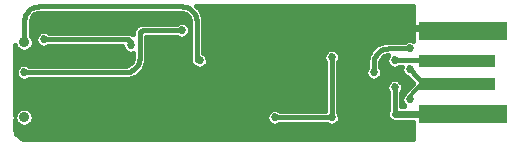
<source format=gbl>
G75*
%MOIN*%
%OFA0B0*%
%FSLAX24Y24*%
%IPPOS*%
%LPD*%
%AMOC8*
5,1,8,0,0,1.08239X$1,22.5*
%
%ADD10C,0.0350*%
%ADD11R,0.2953X0.0591*%
%ADD12R,0.2559X0.0394*%
%ADD13C,0.0160*%
%ADD14C,0.0270*%
%ADD15C,0.0240*%
%ADD16C,0.0120*%
D10*
X001130Y001542D03*
X001130Y004042D03*
D11*
X015759Y004420D03*
X015759Y001664D03*
D12*
X015562Y002648D03*
X015562Y003436D03*
D13*
X001110Y000827D02*
X000980Y000881D01*
X000881Y000980D01*
X000827Y001110D01*
X000820Y001180D01*
X000820Y001467D01*
X000863Y001364D01*
X000952Y001275D01*
X001067Y001227D01*
X001193Y001227D01*
X001308Y001275D01*
X001397Y001364D01*
X001445Y001480D01*
X001445Y001605D01*
X001397Y001721D01*
X001308Y001809D01*
X001193Y001857D01*
X001067Y001857D01*
X000952Y001809D01*
X000863Y001721D01*
X000820Y001617D01*
X000820Y003967D01*
X000863Y003864D01*
X000952Y003775D01*
X001067Y003727D01*
X001193Y003727D01*
X001308Y003775D01*
X001397Y003864D01*
X001445Y003980D01*
X001445Y004105D01*
X001397Y004221D01*
X001350Y004268D01*
X001350Y004742D01*
X001355Y004797D01*
X001397Y004898D01*
X001474Y004975D01*
X001575Y005017D01*
X001630Y005022D01*
X006380Y005022D01*
X006435Y005017D01*
X006536Y004975D01*
X006613Y004898D01*
X006655Y004797D01*
X006660Y004742D01*
X006660Y003351D01*
X006789Y003222D01*
X006811Y003222D01*
X006824Y003209D01*
X006925Y003167D01*
X007035Y003167D01*
X007136Y003209D01*
X007213Y003286D01*
X007255Y003387D01*
X007255Y003497D01*
X007213Y003598D01*
X007136Y003675D01*
X007100Y003690D01*
X007100Y004885D01*
X006990Y005150D01*
X006876Y005264D01*
X014080Y005264D01*
X014080Y004098D01*
X014035Y004117D01*
X013925Y004117D01*
X013824Y004075D01*
X013811Y004062D01*
X013137Y004062D01*
X012872Y003953D01*
X012670Y003750D01*
X012560Y003485D01*
X012560Y003211D01*
X012547Y003198D01*
X012505Y003097D01*
X012505Y002987D01*
X012547Y002886D01*
X012624Y002809D01*
X012725Y002767D01*
X012835Y002767D01*
X012936Y002809D01*
X013013Y002886D01*
X013055Y002987D01*
X013055Y003097D01*
X013013Y003198D01*
X013000Y003211D01*
X013000Y003342D01*
X013005Y003397D01*
X013047Y003498D01*
X013124Y003575D01*
X013225Y003617D01*
X013270Y003621D01*
X013247Y003598D01*
X013205Y003497D01*
X013205Y003387D01*
X013247Y003286D01*
X013324Y003209D01*
X013425Y003167D01*
X013535Y003167D01*
X013636Y003209D01*
X013648Y003222D01*
X013715Y003221D01*
X013705Y003197D01*
X013705Y003087D01*
X013747Y002986D01*
X013824Y002909D01*
X013925Y002867D01*
X013930Y002867D01*
X014080Y002699D01*
X014080Y002648D01*
X013835Y002380D01*
X013824Y002375D01*
X013747Y002298D01*
X013705Y002197D01*
X013705Y002087D01*
X013747Y001986D01*
X013809Y001924D01*
X013700Y001924D01*
X013700Y002373D01*
X013713Y002386D01*
X013755Y002487D01*
X013755Y002597D01*
X013713Y002698D01*
X013636Y002775D01*
X013535Y002817D01*
X013425Y002817D01*
X013324Y002775D01*
X013247Y002698D01*
X013205Y002597D01*
X013205Y002487D01*
X013247Y002386D01*
X013260Y002373D01*
X013260Y001812D01*
X013260Y001812D01*
X013220Y001716D01*
X013220Y001613D01*
X013260Y001517D01*
X013333Y001444D01*
X013428Y001404D01*
X014080Y001404D01*
X014080Y000820D01*
X001180Y000820D01*
X001110Y000827D01*
X001082Y000839D02*
X014080Y000839D01*
X013780Y000942D02*
X013753Y000915D01*
X013576Y000842D02*
X007730Y000842D01*
X007700Y000844D01*
X007670Y000849D01*
X007641Y000858D01*
X007614Y000871D01*
X007588Y000886D01*
X007564Y000905D01*
X007543Y000926D01*
X007524Y000950D01*
X007509Y000976D01*
X007496Y001003D01*
X007487Y001032D01*
X007482Y001062D01*
X007480Y001092D01*
X007480Y001342D01*
X009205Y001487D02*
X009247Y001386D01*
X009324Y001309D01*
X009425Y001267D01*
X009535Y001267D01*
X009636Y001309D01*
X009649Y001322D01*
X011211Y001322D01*
X011224Y001309D01*
X011325Y001267D01*
X011435Y001267D01*
X011536Y001309D01*
X011613Y001386D01*
X011655Y001487D01*
X011655Y001597D01*
X011613Y001698D01*
X011600Y001711D01*
X011600Y003373D01*
X011613Y003386D01*
X011655Y003487D01*
X011655Y003597D01*
X011613Y003698D01*
X011536Y003775D01*
X011435Y003817D01*
X011325Y003817D01*
X011224Y003775D01*
X011147Y003698D01*
X011105Y003597D01*
X011105Y003487D01*
X011147Y003386D01*
X011160Y003373D01*
X011160Y001762D01*
X009649Y001762D01*
X009636Y001775D01*
X009535Y001817D01*
X009425Y001817D01*
X009324Y001775D01*
X009247Y001698D01*
X009205Y001597D01*
X009205Y001487D01*
X009211Y001473D02*
X001442Y001473D01*
X001347Y001314D02*
X009319Y001314D01*
X009641Y001314D02*
X011219Y001314D01*
X011541Y001314D02*
X014080Y001314D01*
X014080Y001156D02*
X000822Y001156D01*
X000820Y001314D02*
X000913Y001314D01*
X001580Y001142D02*
X001580Y002042D01*
X001328Y001790D02*
X009358Y001790D01*
X009602Y001790D02*
X011160Y001790D01*
X011160Y001948D02*
X000820Y001948D01*
X000820Y001790D02*
X000932Y001790D01*
X000826Y001631D02*
X000820Y001631D01*
X001434Y001631D02*
X009219Y001631D01*
X009480Y001542D02*
X011380Y001542D01*
X011380Y003542D01*
X011655Y003533D02*
X012580Y003533D01*
X012645Y003692D02*
X011616Y003692D01*
X011144Y003692D02*
X007100Y003692D01*
X007240Y003533D02*
X011105Y003533D01*
X011159Y003375D02*
X007250Y003375D01*
X006980Y003442D02*
X006880Y003442D01*
X006880Y004742D01*
X007100Y004801D02*
X014080Y004801D01*
X014080Y004643D02*
X007100Y004643D01*
X007100Y004484D02*
X014080Y004484D01*
X014080Y004326D02*
X007100Y004326D01*
X006660Y004326D02*
X006629Y004326D01*
X006613Y004286D02*
X006655Y004387D01*
X006655Y004497D01*
X006613Y004598D01*
X006536Y004675D01*
X006435Y004717D01*
X006325Y004717D01*
X006224Y004675D01*
X006211Y004662D01*
X004989Y004662D01*
X004982Y004655D01*
X004846Y004576D01*
X004767Y004441D01*
X004760Y004433D01*
X004760Y004308D01*
X004678Y004355D01*
X004671Y004362D01*
X001949Y004362D01*
X001936Y004375D01*
X001835Y004417D01*
X001725Y004417D01*
X001624Y004375D01*
X001547Y004298D01*
X001505Y004197D01*
X001505Y004087D01*
X001547Y003986D01*
X001624Y003909D01*
X001725Y003867D01*
X001835Y003867D01*
X001936Y003909D01*
X001949Y003922D01*
X004405Y003922D01*
X004405Y003887D01*
X004447Y003786D01*
X004524Y003709D01*
X004625Y003667D01*
X004735Y003667D01*
X004760Y003678D01*
X004760Y003542D01*
X004755Y003488D01*
X004713Y003387D01*
X004636Y003309D01*
X004535Y003268D01*
X004480Y003262D01*
X001299Y003262D01*
X001286Y003275D01*
X001185Y003317D01*
X001075Y003317D01*
X000974Y003275D01*
X000897Y003198D01*
X000855Y003097D01*
X000855Y002987D01*
X000897Y002886D01*
X000974Y002809D01*
X001075Y002767D01*
X001185Y002767D01*
X001286Y002809D01*
X001299Y002822D01*
X004623Y002822D01*
X004888Y002932D01*
X005090Y003134D01*
X005090Y003134D01*
X005200Y003399D01*
X005200Y004222D01*
X006211Y004222D01*
X006224Y004209D01*
X006325Y004167D01*
X006435Y004167D01*
X006536Y004209D01*
X006613Y004286D01*
X006660Y004167D02*
X005200Y004167D01*
X005200Y004009D02*
X006660Y004009D01*
X007100Y004009D02*
X013007Y004009D01*
X012872Y003953D02*
X012872Y003953D01*
X012770Y003850D02*
X007100Y003850D01*
X006660Y003850D02*
X005200Y003850D01*
X005200Y003692D02*
X006660Y003692D01*
X006660Y003533D02*
X005200Y003533D01*
X004980Y003542D02*
X004980Y004342D01*
X004982Y004359D01*
X004986Y004376D01*
X004993Y004392D01*
X005003Y004406D01*
X005016Y004419D01*
X005030Y004429D01*
X005046Y004436D01*
X005063Y004440D01*
X005080Y004442D01*
X006380Y004442D01*
X006655Y004484D02*
X006660Y004484D01*
X006660Y004643D02*
X006569Y004643D01*
X006880Y004742D02*
X006878Y004786D01*
X006872Y004829D01*
X006863Y004871D01*
X006850Y004913D01*
X006833Y004953D01*
X006813Y004992D01*
X006790Y005029D01*
X006763Y005063D01*
X006734Y005096D01*
X006701Y005125D01*
X006667Y005152D01*
X006630Y005175D01*
X006591Y005195D01*
X006551Y005212D01*
X006509Y005225D01*
X006467Y005234D01*
X006424Y005240D01*
X006380Y005242D01*
X001630Y005242D01*
X001459Y004960D02*
X006551Y004960D01*
X006653Y004801D02*
X001357Y004801D01*
X001130Y004742D02*
X001130Y004042D01*
X001445Y004009D02*
X001538Y004009D01*
X001505Y004167D02*
X001419Y004167D01*
X001758Y004142D02*
X001780Y004142D01*
X004580Y004142D01*
X004597Y004140D01*
X004614Y004136D01*
X004630Y004129D01*
X004644Y004119D01*
X004657Y004106D01*
X004667Y004092D01*
X004674Y004076D01*
X004678Y004059D01*
X004680Y004042D01*
X004680Y003942D01*
X004421Y003850D02*
X001383Y003850D01*
X000877Y003850D02*
X000820Y003850D01*
X000820Y003692D02*
X004567Y003692D01*
X004980Y003542D02*
X004978Y003498D01*
X004972Y003455D01*
X004963Y003413D01*
X004950Y003371D01*
X004933Y003331D01*
X004913Y003292D01*
X004890Y003255D01*
X004863Y003221D01*
X004834Y003188D01*
X004801Y003159D01*
X004767Y003132D01*
X004730Y003109D01*
X004691Y003089D01*
X004651Y003072D01*
X004609Y003059D01*
X004567Y003050D01*
X004524Y003044D01*
X004480Y003042D01*
X001130Y003042D01*
X000855Y003058D02*
X000820Y003058D01*
X000820Y003216D02*
X000915Y003216D01*
X000820Y003375D02*
X004701Y003375D01*
X004759Y003533D02*
X000820Y003533D01*
X000820Y002899D02*
X000892Y002899D01*
X000820Y002741D02*
X011160Y002741D01*
X011160Y002582D02*
X000820Y002582D01*
X000820Y002424D02*
X011160Y002424D01*
X011160Y002265D02*
X000820Y002265D01*
X000820Y002107D02*
X011160Y002107D01*
X011600Y002107D02*
X013260Y002107D01*
X013700Y002107D02*
X013705Y002107D01*
X013700Y002265D02*
X013733Y002265D01*
X013835Y002380D02*
X013835Y002380D01*
X013875Y002424D02*
X013728Y002424D01*
X013480Y002542D02*
X013480Y001664D01*
X013220Y001631D02*
X011641Y001631D01*
X011649Y001473D02*
X013304Y001473D01*
X013250Y001790D02*
X011600Y001790D01*
X011600Y001948D02*
X013260Y001948D01*
X013700Y001948D02*
X013785Y001948D01*
X013260Y002265D02*
X011600Y002265D01*
X011600Y002424D02*
X013232Y002424D01*
X013205Y002582D02*
X011600Y002582D01*
X011600Y002741D02*
X013289Y002741D01*
X013671Y002741D02*
X014043Y002741D01*
X014020Y002582D02*
X013755Y002582D01*
X013980Y003142D02*
X014480Y002580D01*
X015562Y002648D01*
X014380Y002680D01*
X014780Y002680D01*
X013849Y002899D02*
X013018Y002899D01*
X013055Y003058D02*
X013717Y003058D01*
X013713Y003216D02*
X013643Y003216D01*
X013317Y003216D02*
X013000Y003216D01*
X012780Y003342D02*
X012780Y003042D01*
X012505Y003058D02*
X011600Y003058D01*
X011600Y003216D02*
X012560Y003216D01*
X012560Y003375D02*
X011601Y003375D01*
X011160Y003216D02*
X007143Y003216D01*
X006817Y003216D02*
X005124Y003216D01*
X005014Y003058D02*
X011160Y003058D01*
X011160Y002899D02*
X004809Y002899D01*
X004888Y002932D02*
X004888Y002932D01*
X005190Y003375D02*
X006660Y003375D01*
X007100Y004167D02*
X014080Y004167D01*
X013980Y003842D02*
X013280Y003842D01*
X012670Y003750D02*
X012670Y003750D01*
X013082Y003533D02*
X013220Y003533D01*
X013480Y003442D02*
X015562Y003436D01*
X013280Y003842D02*
X013236Y003840D01*
X013193Y003834D01*
X013151Y003825D01*
X013109Y003812D01*
X013069Y003795D01*
X013030Y003775D01*
X012993Y003752D01*
X012959Y003725D01*
X012926Y003696D01*
X012897Y003663D01*
X012870Y003629D01*
X012847Y003592D01*
X012827Y003553D01*
X012810Y003513D01*
X012797Y003471D01*
X012788Y003429D01*
X012782Y003386D01*
X012780Y003342D01*
X013003Y003375D02*
X013210Y003375D01*
X012542Y002899D02*
X011600Y002899D01*
X014637Y004480D02*
X015759Y004420D01*
X014637Y004480D02*
X013480Y004542D01*
X014080Y004960D02*
X007069Y004960D01*
X007004Y005118D02*
X014080Y005118D01*
X006990Y005150D02*
X006990Y005150D01*
X004960Y004643D02*
X001350Y004643D01*
X001350Y004484D02*
X004792Y004484D01*
X004846Y004576D02*
X004846Y004576D01*
X004846Y004576D01*
X004760Y004326D02*
X004729Y004326D01*
X001630Y005242D02*
X001586Y005240D01*
X001543Y005234D01*
X001501Y005225D01*
X001459Y005212D01*
X001419Y005195D01*
X001380Y005175D01*
X001343Y005152D01*
X001309Y005125D01*
X001276Y005096D01*
X001247Y005063D01*
X001220Y005029D01*
X001197Y004992D01*
X001177Y004953D01*
X001160Y004913D01*
X001147Y004871D01*
X001138Y004829D01*
X001132Y004786D01*
X001130Y004742D01*
X001350Y004326D02*
X001574Y004326D01*
X000874Y000997D02*
X014080Y000997D01*
X013753Y000915D02*
X013732Y000897D01*
X013709Y000880D01*
X013684Y000867D01*
X013659Y000856D01*
X013632Y000848D01*
X013604Y000844D01*
X013576Y000842D01*
D14*
X013780Y000942D03*
X011380Y001542D03*
X009480Y001542D03*
X007480Y001342D03*
X012780Y003042D03*
X013480Y003442D03*
X013980Y003142D03*
X013480Y002542D03*
X013980Y002142D03*
X011380Y003542D03*
X013980Y003842D03*
X013480Y004542D03*
X006980Y003442D03*
X004680Y003942D03*
X006380Y004442D03*
X001780Y004142D03*
X001130Y003042D03*
X001580Y002042D03*
X001580Y001142D03*
D15*
X013480Y001664D02*
X015759Y001664D01*
X015759Y004420D02*
X013480Y004542D01*
D16*
X014380Y002680D02*
X013980Y002242D01*
X013980Y002142D01*
M02*

</source>
